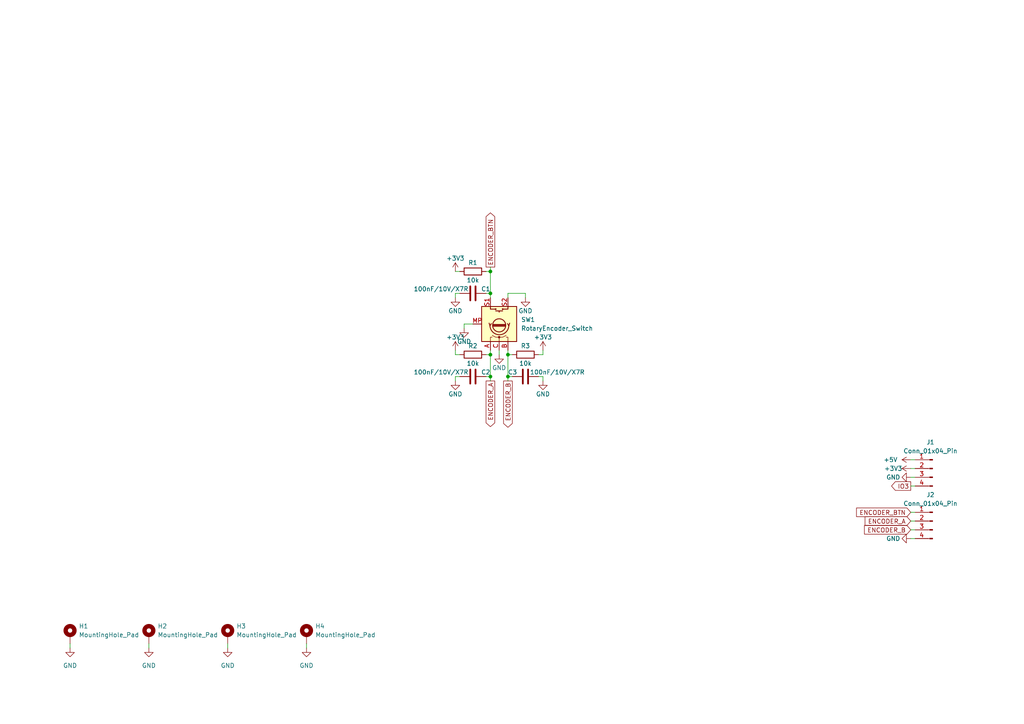
<source format=kicad_sch>
(kicad_sch (version 20230121) (generator eeschema)
  (paper "A4")
  (lib_symbols
    (symbol "Connector:Conn_01x04_Pin" (pin_names (offset 1.016) hide)
      (property "Reference" "J" (at 0 5.08 0))
      (property "Value" "Conn_01x04_Pin" (at 0 -7.62 0))
      (symbol "Conn_01x04_Pin_1_1"
        (polyline (pts (xy 1.27 -5.08) (xy 0.8636 -5.08)) (stroke (width 0.1524)))
        (polyline (pts (xy 1.27 -2.54) (xy 0.8636 -2.54)) (stroke (width 0.1524)))
        (polyline (pts (xy 1.27 0) (xy 0.8636 0)) (stroke (width 0.1524)))
        (polyline (pts (xy 1.27 2.54) (xy 0.8636 2.54)) (stroke (width 0.1524)))
        (rectangle (start 0.8636 -4.953) (end 0 -5.207) (stroke (width 0.1524)) (fill (type outline)))
        (rectangle (start 0.8636 -2.413) (end 0 -2.667) (stroke (width 0.1524)) (fill (type outline)))
        (rectangle (start 0.8636 0.127) (end 0 -0.127) (stroke (width 0.1524)) (fill (type outline)))
        (rectangle (start 0.8636 2.667) (end 0 2.413) (stroke (width 0.1524)) (fill (type outline)))
        (pin passive line (at 5.08 2.54 180) (length 3.81) (name "Pin_1") (number "1"))
        (pin passive line (at 5.08 0 180) (length 3.81) (name "Pin_2") (number "2"))
        (pin passive line (at 5.08 -2.54 180) (length 3.81) (name "Pin_3") (number "3"))
        (pin passive line (at 5.08 -5.08 180) (length 3.81) (name "Pin_4") (number "4"))
      )
    )
    (symbol "Device:C" (pin_numbers hide) (pin_names (offset 0.254))
      (property "Reference" "C" (at 0.635 2.54 0))
      (property "Value" "C" (at 0.635 -2.54 0))
      (symbol "C_0_1"
        (polyline (pts (xy -2.032 -0.762) (xy 2.032 -0.762)) (stroke (width 0.508)))
        (polyline (pts (xy -2.032 0.762) (xy 2.032 0.762)) (stroke (width 0.508)))
      )
      (symbol "C_1_1"
        (pin passive line (at 0 3.81 270) (length 2.794) (name "~") (number "1"))
        (pin passive line (at 0 -3.81 90) (length 2.794) (name "~") (number "2"))
      )
    )
    (symbol "Device:R" (pin_numbers hide) (pin_names (offset 0))
      (property "Reference" "R" (at 2.032 0 90))
      (property "Value" "R" (at 0 0 90))
      (symbol "R_0_1"
        (rectangle (start -1.016 -2.54) (end 1.016 2.54) (stroke (width 0.254)))
      )
      (symbol "R_1_1"
        (pin passive line (at 0 3.81 270) (length 1.27) (name "~") (number "1"))
        (pin passive line (at 0 -3.81 90) (length 1.27) (name "~") (number "2"))
      )
    )
    (symbol "Device:RotaryEncoder_Switch" (pin_names (offset 0.254) hide)
      (property "Reference" "SW1" (at 1.27 -6.35 90))
      (property "Value" "RotaryEncoder_Switch" (at -1.27 -6.35 90))
      (symbol "RotaryEncoder_Switch_0_1"
        (rectangle (start -5.08 5.08) (end 5.08 -5.08) (stroke (width 0.254)) (fill (type background)))
        (circle (center -3.81 0) (radius 0.254) (fill (type outline)))
        (circle (center -0.381 0) (radius 1.905) (stroke (width 0.254)))
        (arc (start -0.381 2.667) (mid -3.0988 -0.0635) (end -0.381 -2.794) (stroke (width 0.254)))
        (polyline (pts (xy -0.635 -1.778) (xy -0.635 1.778)) (stroke (width 0.254)))
        (polyline (pts (xy -0.381 -1.778) (xy -0.381 1.778)) (stroke (width 0.254)))
        (polyline (pts (xy -0.127 1.778) (xy -0.127 -1.778)) (stroke (width 0.254)))
        (polyline (pts (xy 3.81 0) (xy 3.429 0)) (stroke (width 0.254)))
        (polyline (pts (xy 3.81 1.016) (xy 3.81 -1.016)) (stroke (width 0.254)))
        (polyline (pts (xy -5.08 -2.54) (xy -3.81 -2.54) (xy -3.81 -2.032)))
        (polyline (pts (xy -5.08 2.54) (xy -3.81 2.54) (xy -3.81 2.032)))
        (polyline (pts (xy 0.254 -3.048) (xy -0.508 -2.794) (xy 0.127 -2.413)) (stroke (width 0.254)))
        (polyline (pts (xy 0.254 2.921) (xy -0.508 2.667) (xy 0.127 2.286)) (stroke (width 0.254)))
        (polyline (pts (xy 5.08 -2.54) (xy 4.318 -2.54) (xy 4.318 -1.016)) (stroke (width 0.254)))
        (polyline (pts (xy 5.08 2.54) (xy 4.318 2.54) (xy 4.318 1.016)) (stroke (width 0.254)))
        (polyline (pts (xy -5.08 0) (xy -3.81 0) (xy -3.81 -1.016) (xy -3.302 -2.032)))
        (polyline (pts (xy -4.318 0) (xy -3.81 0) (xy -3.81 1.016) (xy -3.302 2.032)))
        (circle (center 4.318 -1.016) (radius 0.127) (stroke (width 0.254)))
        (circle (center 4.318 1.016) (radius 0.127) (stroke (width 0.254)))
      )
      (symbol "RotaryEncoder_Switch_1_1"
        (pin passive line (at -7.62 2.54 0) (length 2.54) (name "A") (number "A"))
        (pin passive line (at -7.62 -2.54 0) (length 2.54) (name "B") (number "B"))
        (pin passive line (at -7.62 0 0) (length 2.54) (name "C") (number "C"))
        (pin passive line (at 0 7.62 270) (length 2.54) (name "MP") (number "MP"))
        (pin passive line (at 7.62 2.54 180) (length 2.54) (name "S1") (number "S1"))
        (pin passive line (at 7.62 -2.54 180) (length 2.54) (name "S2") (number "S2"))
      )
    )
    (symbol "Mechanical:MountingHole_Pad" (pin_numbers hide) (pin_names (offset 1.016) hide)
      (property "Reference" "H" (at 0 6.35 0))
      (property "Value" "MountingHole_Pad" (at 0 4.445 0))
      (symbol "MountingHole_Pad_0_1"
        (circle (center 0 1.27) (radius 1.27) (stroke (width 1.27)))
      )
      (symbol "MountingHole_Pad_1_1"
        (pin input line (at 0 -2.54 90) (length 2.54) (name "1") (number "1"))
      )
    )
    (symbol "power:+3V3" (power) (pin_names (offset 0))
      (property "Value" "+3V3" (at 0 3.556 0))
      (symbol "+3V3_0_1"
        (polyline (pts (xy -0.762 1.27) (xy 0 2.54)))
        (polyline (pts (xy 0 0) (xy 0 2.54)))
        (polyline (pts (xy 0 2.54) (xy 0.762 1.27)))
      )
      (symbol "+3V3_1_1"
        (pin power_in line (at 0 0 90) (length 0) hide (name "+3V3") (number "1"))
      )
    )
    (symbol "power:+5V" (power) (pin_names (offset 0))
      (property "Value" "+5V" (at 0 3.556 0))
      (symbol "+5V_0_1"
        (polyline (pts (xy -0.762 1.27) (xy 0 2.54)))
        (polyline (pts (xy 0 0) (xy 0 2.54)))
        (polyline (pts (xy 0 2.54) (xy 0.762 1.27)))
      )
      (symbol "+5V_1_1"
        (pin power_in line (at 0 0 90) (length 0) hide (name "+5V") (number "1"))
      )
    )
    (symbol "power:GND" (power) (pin_names (offset 0))
      (property "Value" "GND" (at 0 -3.81 0))
      (symbol "GND_0_1"
        (polyline (pts (xy 0 0) (xy 0 -1.27) (xy 1.27 -1.27) (xy 0 -2.54) (xy -1.27 -1.27) (xy 0 -1.27)))
      )
      (symbol "GND_1_1"
        (pin power_in line (at 0 0 270) (length 0) hide (name "GND") (number "1"))
      )
    )
  )
  (junction (at 147.32 109.22))
  (junction (at 142.24 102.87))
  (junction (at 142.24 109.22))
  (junction (at 147.32 102.87))
  (junction (at 142.24 85.09))
  (junction (at 142.24 78.74))
  (wire (pts (xy 144.78 102.87) (xy 144.78 101.6)))
  (wire (pts (xy 264.16 153.67) (xy 265.43 153.67)))
  (wire (pts (xy 142.24 109.22) (xy 142.24 102.87)))
  (wire (pts (xy 147.32 109.22) (xy 147.32 102.87)))
  (wire (pts (xy 142.24 78.74) (xy 142.24 85.09)))
  (wire (pts (xy 134.62 93.98) (xy 137.16 93.98)))
  (wire (pts (xy 152.4 85.09) (xy 152.4 86.36)))
  (wire (pts (xy 148.59 102.87) (xy 147.32 102.87)))
  (wire (pts (xy 140.97 109.22) (xy 142.24 109.22)))
  (wire (pts (xy 132.08 85.09) (xy 132.08 86.36)))
  (wire (pts (xy 66.04 187.96) (xy 66.04 186.69)))
  (wire (pts (xy 132.08 85.09) (xy 133.35 85.09)))
  (wire (pts (xy 264.16 148.59) (xy 265.43 148.59)))
  (wire (pts (xy 264.16 140.97) (xy 265.43 140.97)))
  (wire (pts (xy 142.24 85.09) (xy 142.24 86.36)))
  (wire (pts (xy 147.32 110.49) (xy 147.32 109.22)))
  (wire (pts (xy 142.24 110.49) (xy 142.24 109.22)))
  (wire (pts (xy 147.32 102.87) (xy 147.32 101.6)))
  (wire (pts (xy 264.16 156.21) (xy 265.43 156.21)))
  (wire (pts (xy 264.16 133.35) (xy 265.43 133.35)))
  (wire (pts (xy 157.48 102.87) (xy 156.21 102.87)))
  (wire (pts (xy 132.08 109.22) (xy 132.08 110.49)))
  (wire (pts (xy 132.08 102.87) (xy 133.35 102.87)))
  (wire (pts (xy 157.48 109.22) (xy 157.48 110.49)))
  (wire (pts (xy 132.08 101.6) (xy 132.08 102.87)))
  (wire (pts (xy 147.32 85.09) (xy 152.4 85.09)))
  (wire (pts (xy 142.24 102.87) (xy 142.24 101.6)))
  (wire (pts (xy 20.32 187.96) (xy 20.32 186.69)))
  (wire (pts (xy 132.08 109.22) (xy 133.35 109.22)))
  (wire (pts (xy 43.18 187.96) (xy 43.18 186.69)))
  (wire (pts (xy 264.16 135.89) (xy 265.43 135.89)))
  (wire (pts (xy 157.48 101.6) (xy 157.48 102.87)))
  (wire (pts (xy 140.97 102.87) (xy 142.24 102.87)))
  (wire (pts (xy 147.32 86.36) (xy 147.32 85.09)))
  (wire (pts (xy 157.48 109.22) (xy 156.21 109.22)))
  (wire (pts (xy 132.08 78.74) (xy 133.35 78.74)))
  (wire (pts (xy 140.97 78.74) (xy 142.24 78.74)))
  (wire (pts (xy 142.24 77.47) (xy 142.24 78.74)))
  (wire (pts (xy 264.16 138.43) (xy 265.43 138.43)))
  (wire (pts (xy 88.9 187.96) (xy 88.9 186.69)))
  (wire (pts (xy 134.62 93.98) (xy 134.62 95.25)))
  (wire (pts (xy 264.16 151.13) (xy 265.43 151.13)))
  (wire (pts (xy 148.59 109.22) (xy 147.32 109.22)))
  (wire (pts (xy 140.97 85.09) (xy 142.24 85.09)))
  (global_label "ENCODER_B" (shape input) (at 264.16 153.67 180) (property "Intersheetrefs" "${INTERSHEET_REFS}" (effects hide)))
  (global_label "ENCODER_B" (shape output) (at 147.32 110.49 270) (property "Intersheetrefs" "${INTERSHEET_REFS}" (effects hide)))
  (global_label "IO3" (shape output) (at 264.16 140.97 180) (property "Intersheetrefs" "${INTERSHEET_REFS}" (effects hide)))
  (global_label "ENCODER_A" (shape input) (at 264.16 151.13 180) (property "Intersheetrefs" "${INTERSHEET_REFS}" (effects hide)))
  (global_label "ENCODER_BTN" (shape output) (at 142.24 77.47 90) (property "Intersheetrefs" "${INTERSHEET_REFS}" (effects hide)))
  (global_label "ENCODER_A" (shape output) (at 142.24 110.49 270) (property "Intersheetrefs" "${INTERSHEET_REFS}" (effects hide)))
  (global_label "ENCODER_BTN" (shape input) (at 264.16 148.59 180) (property "Intersheetrefs" "${INTERSHEET_REFS}" (effects hide)))
  (symbol (lib_id "power:GND") (at 88.9 187.96 0) (unit 1)
    (property "Reference" "#PWR017" (effects hide))
    (property "Value" "GND" (at 88.9 193.04 0))
  )
  (symbol (lib_id "Device:R") (at 137.16 102.87 90) (unit 1)
    (property "Reference" "R2" (at 137.16 100.33 90))
    (property "Value" "10k" (at 137.16 105.41 90))
    (property "Footprint" "Resistor_SMD:R_0603_1608Metric" (effects hide))
  )
  (symbol (lib_id "power:GND") (at 157.48 110.49 0) (unit 1)
    (property "Reference" "#PWR09" (effects hide))
    (property "Value" "GND" (at 157.48 114.3 0))
  )
  (symbol (lib_id "Device:C") (at 137.16 109.22 90) (unit 1)
    (property "Reference" "C2" (at 142.24 107.95 90) (effects (justify left)))
    (property "Value" "100nF/10V/X7R" (at 135.89 107.95 90) (effects (justify left)))
    (property "Footprint" "Capacitor_SMD:C_0603_1608Metric" (effects hide))
  )
  (symbol (lib_id "power:+5V") (at 264.16 133.35 90) (unit 1)
    (property "Reference" "#PWR013" (effects hide))
    (property "Value" "+5V" (at 260.35 133.35 90) (effects (justify left)))
  )
  (symbol (lib_id "power:GND") (at 264.16 138.43 270) (unit 1)
    (property "Reference" "#PWR011" (effects hide))
    (property "Value" "GND" (at 259.08 138.43 90))
  )
  (symbol (lib_id "Device:R") (at 137.16 78.74 90) (unit 1)
    (property "Reference" "R1" (at 137.16 76.2 90))
    (property "Value" "10k" (at 137.16 81.28 90))
    (property "Footprint" "Resistor_SMD:R_0603_1608Metric" (effects hide))
  )
  (symbol (lib_id "Device:C") (at 152.4 109.22 270) (unit 1)
    (property "Reference" "C3" (at 147.32 107.95 90) (effects (justify left)))
    (property "Value" "100nF/10V/X7R" (at 153.67 107.95 90) (effects (justify left)))
    (property "Footprint" "Capacitor_SMD:C_0603_1608Metric" (effects hide))
  )
  (symbol (lib_id "power:+3V3") (at 132.08 101.6 0) (unit 1)
    (property "Reference" "#PWR03" (effects hide))
    (property "Value" "+3V3" (at 132.08 97.79 0))
  )
  (symbol (lib_id "power:+3V3") (at 264.16 135.89 90) (unit 1)
    (property "Reference" "#PWR012" (effects hide))
    (property "Value" "+3V3" (at 259.08 135.89 90))
  )
  (symbol (lib_id "power:GND") (at 66.04 187.96 0) (unit 1)
    (property "Reference" "#PWR016" (effects hide))
    (property "Value" "GND" (at 66.04 193.04 0))
  )
  (symbol (lib_id "Device:R") (at 152.4 102.87 90) (unit 1)
    (property "Reference" "R3" (at 152.4 100.33 90))
    (property "Value" "10k" (at 152.4 105.41 90))
    (property "Footprint" "Resistor_SMD:R_0603_1608Metric" (effects hide))
  )
  (symbol (lib_id "power:GND") (at 144.78 102.87 0) (unit 1)
    (property "Reference" "#PWR06" (effects hide))
    (property "Value" "GND" (at 144.78 106.68 0))
  )
  (symbol (lib_id "Mechanical:MountingHole_Pad") (at 66.04 184.15 0) (unit 1)
    (property "Reference" "H3" (at 68.58 181.61 0) (effects (justify left)))
    (property "Value" "MountingHole_Pad" (at 68.58 184.15 0) (effects (justify left)))
    (property "Footprint" "MountingHole:MountingHole_3.2mm_M3_ISO7380_Pad" (effects hide))
  )
  (symbol (lib_id "power:+3V3") (at 132.08 78.74 0) (unit 1)
    (property "Reference" "#PWR01" (effects hide))
    (property "Value" "+3V3" (at 132.08 74.93 0))
  )
  (symbol (lib_id "Mechanical:MountingHole_Pad") (at 43.18 184.15 0) (unit 1)
    (property "Reference" "H2" (at 45.72 181.61 0) (effects (justify left)))
    (property "Value" "MountingHole_Pad" (at 45.72 184.15 0) (effects (justify left)))
    (property "Footprint" "MountingHole:MountingHole_3.2mm_M3_ISO7380_Pad" (effects hide))
  )
  (symbol (lib_id "power:GND") (at 132.08 110.49 0) (unit 1)
    (property "Reference" "#PWR04" (effects hide))
    (property "Value" "GND" (at 132.08 114.3 0))
  )
  (symbol (lib_id "Device:RotaryEncoder_Switch") (at 144.78 93.98 90) (unit 1)
    (property "Reference" "SW1" (at 151.13 92.71 90) (effects (justify right)))
    (property "Value" "RotaryEncoder_Switch" (at 151.13 95.25 90) (effects (justify right)))
    (property "Footprint" "Rotary_Encoder:RotaryEncoder_Alps_EC11E-Switch_Vertical_H20mm" (effects hide))
  )
  (symbol (lib_id "power:GND") (at 134.62 95.25 0) (unit 1)
    (property "Reference" "#PWR05" (effects hide))
    (property "Value" "GND" (at 134.62 99.06 0))
  )
  (symbol (lib_id "Device:C") (at 137.16 85.09 90) (unit 1)
    (property "Reference" "C1" (at 142.24 83.82 90) (effects (justify left)))
    (property "Value" "100nF/10V/X7R" (at 135.89 83.82 90) (effects (justify left)))
    (property "Footprint" "Capacitor_SMD:C_0603_1608Metric" (effects hide))
  )
  (symbol (lib_id "power:GND") (at 132.08 86.36 0) (unit 1)
    (property "Reference" "#PWR02" (effects hide))
    (property "Value" "GND" (at 132.08 90.17 0))
  )
  (symbol (lib_id "power:GND") (at 20.32 187.96 0) (unit 1)
    (property "Reference" "#PWR014" (effects hide))
    (property "Value" "GND" (at 20.32 193.04 0))
  )
  (symbol (lib_id "Connector:Conn_01x04_Pin") (at 270.51 151.13 0) (mirror y) (unit 1)
    (property "Reference" "J2" (at 269.875 143.51 0))
    (property "Value" "Conn_01x04_Pin" (at 269.875 146.05 0))
    (property "Footprint" "Connector_PinHeader_2.54mm:PinHeader_1x04_P2.54mm_Vertical" (effects hide))
  )
  (symbol (lib_id "Mechanical:MountingHole_Pad") (at 88.9 184.15 0) (unit 1)
    (property "Reference" "H4" (at 91.44 181.61 0) (effects (justify left)))
    (property "Value" "MountingHole_Pad" (at 91.44 184.15 0) (effects (justify left)))
    (property "Footprint" "MountingHole:MountingHole_3.2mm_M3_ISO7380_Pad" (effects hide))
  )
  (symbol (lib_id "power:GND") (at 43.18 187.96 0) (unit 1)
    (property "Reference" "#PWR015" (effects hide))
    (property "Value" "GND" (at 43.18 193.04 0))
  )
  (symbol (lib_id "Mechanical:MountingHole_Pad") (at 20.32 184.15 0) (unit 1)
    (property "Reference" "H1" (at 22.86 181.61 0) (effects (justify left)))
    (property "Value" "MountingHole_Pad" (at 22.86 184.15 0) (effects (justify left)))
    (property "Footprint" "MountingHole:MountingHole_3.2mm_M3_ISO7380_Pad" (effects hide))
  )
  (symbol (lib_id "power:+3V3") (at 157.48 101.6 0) (unit 1)
    (property "Reference" "#PWR08" (effects hide))
    (property "Value" "+3V3" (at 157.48 97.79 0))
  )
  (symbol (lib_id "power:GND") (at 264.16 156.21 270) (unit 1)
    (property "Reference" "#PWR010" (effects hide))
    (property "Value" "GND" (at 259.08 156.21 90))
  )
  (symbol (lib_id "power:GND") (at 152.4 86.36 0) (unit 1)
    (property "Reference" "#PWR07" (effects hide))
    (property "Value" "GND" (at 152.4 90.17 0))
  )
  (symbol (lib_id "Connector:Conn_01x04_Pin") (at 270.51 135.89 0) (mirror y) (unit 1)
    (property "Reference" "J1" (at 269.875 128.27 0))
    (property "Value" "Conn_01x04_Pin" (at 269.875 130.81 0))
    (property "Footprint" "Connector_PinHeader_2.54mm:PinHeader_1x04_P2.54mm_Vertical" (effects hide))
  )
)
</source>
